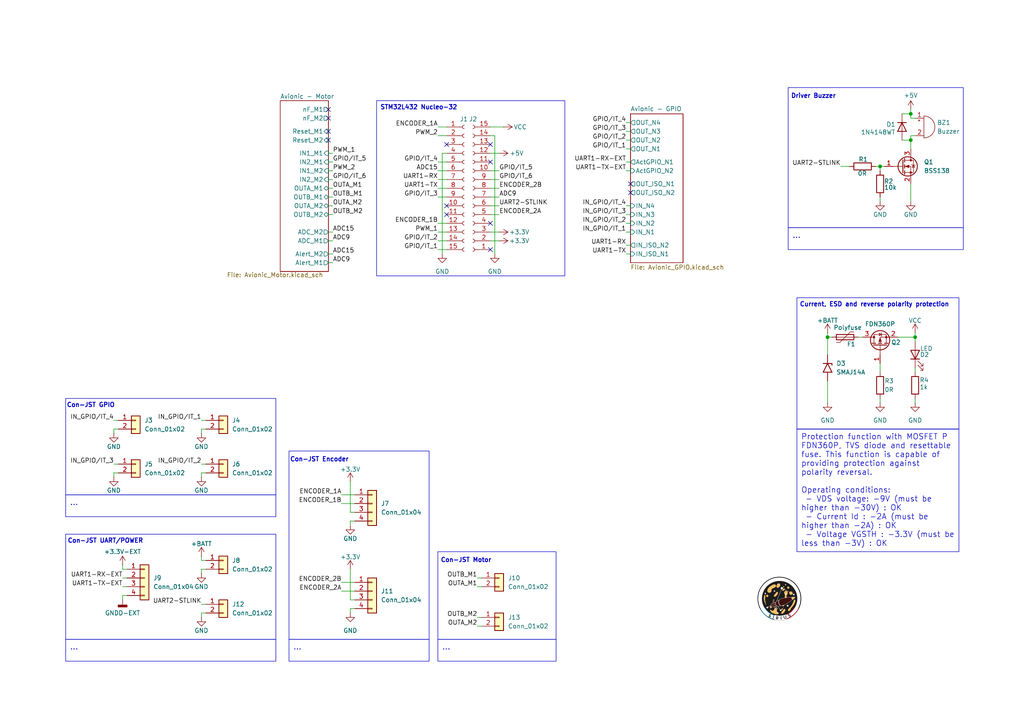
<source format=kicad_sch>
(kicad_sch (version 20231120) (generator "eeschema") (generator_version "8.0")
  (paper "A4")
  (title_block (title "MotorShield controller main sheet") (date "2024-06-09") (rev "V°1") (company "Club : PICAS") (comment 1 "Auteur : Paul Miailhe") (comment 2 "Project : Experiment Rocket Sirius "))
  (lib_symbols
    (symbol "Connector:Conn_01x15_Socket" (pin_names (offset 1.016) hide)
      (property "Reference" "J" (at 0 20.32 0))
      (property "Value" "Conn_01x15_Socket" (at 0 -20.32 0))
      (symbol "Conn_01x15_Socket_1_1"
        (arc (start 0 -17.272) (mid -0.5058 -17.78) (end 0 -18.288) (stroke (width 0.1524)))
        (arc (start 0 -14.732) (mid -0.5058 -15.24) (end 0 -15.748) (stroke (width 0.1524)))
        (arc (start 0 -12.192) (mid -0.5058 -12.7) (end 0 -13.208) (stroke (width 0.1524)))
        (arc (start 0 -9.652) (mid -0.5058 -10.16) (end 0 -10.668) (stroke (width 0.1524)))
        (arc (start 0 -7.112) (mid -0.5058 -7.62) (end 0 -8.128) (stroke (width 0.1524)))
        (arc (start 0 -4.572) (mid -0.5058 -5.08) (end 0 -5.588) (stroke (width 0.1524)))
        (arc (start 0 -2.032) (mid -0.5058 -2.54) (end 0 -3.048) (stroke (width 0.1524)))
        (polyline (pts (xy -1.27 -17.78) (xy -0.508 -17.78)) (stroke (width 0.1524)))
        (polyline (pts (xy -1.27 -15.24) (xy -0.508 -15.24)) (stroke (width 0.1524)))
        (polyline (pts (xy -1.27 -12.7) (xy -0.508 -12.7)) (stroke (width 0.1524)))
        (polyline (pts (xy -1.27 -10.16) (xy -0.508 -10.16)) (stroke (width 0.1524)))
        (polyline (pts (xy -1.27 -7.62) (xy -0.508 -7.62)) (stroke (width 0.1524)))
        (polyline (pts (xy -1.27 -5.08) (xy -0.508 -5.08)) (stroke (width 0.1524)))
        (polyline (pts (xy -1.27 -2.54) (xy -0.508 -2.54)) (stroke (width 0.1524)))
        (polyline (pts (xy -1.27 0) (xy -0.508 0)) (stroke (width 0.1524)))
        (polyline (pts (xy -1.27 2.54) (xy -0.508 2.54)) (stroke (width 0.1524)))
        (polyline (pts (xy -1.27 5.08) (xy -0.508 5.08)) (stroke (width 0.1524)))
        (polyline (pts (xy -1.27 7.62) (xy -0.508 7.62)) (stroke (width 0.1524)))
        (polyline (pts (xy -1.27 10.16) (xy -0.508 10.16)) (stroke (width 0.1524)))
        (polyline (pts (xy -1.27 12.7) (xy -0.508 12.7)) (stroke (width 0.1524)))
        (polyline (pts (xy -1.27 15.24) (xy -0.508 15.24)) (stroke (width 0.1524)))
        (polyline (pts (xy -1.27 17.78) (xy -0.508 17.78)) (stroke (width 0.1524)))
        (arc (start 0 0.508) (mid -0.5058 0) (end 0 -0.508) (stroke (width 0.1524)))
        (arc (start 0 3.048) (mid -0.5058 2.54) (end 0 2.032) (stroke (width 0.1524)))
        (arc (start 0 5.588) (mid -0.5058 5.08) (end 0 4.572) (stroke (width 0.1524)))
        (arc (start 0 8.128) (mid -0.5058 7.62) (end 0 7.112) (stroke (width 0.1524)))
        (arc (start 0 10.668) (mid -0.5058 10.16) (end 0 9.652) (stroke (width 0.1524)))
        (arc (start 0 13.208) (mid -0.5058 12.7) (end 0 12.192) (stroke (width 0.1524)))
        (arc (start 0 15.748) (mid -0.5058 15.24) (end 0 14.732) (stroke (width 0.1524)))
        (arc (start 0 18.288) (mid -0.5058 17.78) (end 0 17.272) (stroke (width 0.1524)))
        (pin passive line (at -5.08 17.78 0) (length 3.81) (name "Pin_1") (number "1"))
        (pin passive line (at -5.08 -5.08 0) (length 3.81) (name "Pin_10") (number "10"))
        (pin passive line (at -5.08 -7.62 0) (length 3.81) (name "Pin_11") (number "11"))
        (pin passive line (at -5.08 -10.16 0) (length 3.81) (name "Pin_12") (number "12"))
        (pin passive line (at -5.08 -12.7 0) (length 3.81) (name "Pin_13") (number "13"))
        (pin passive line (at -5.08 -15.24 0) (length 3.81) (name "Pin_14") (number "14"))
        (pin passive line (at -5.08 -17.78 0) (length 3.81) (name "Pin_15") (number "15"))
        (pin passive line (at -5.08 15.24 0) (length 3.81) (name "Pin_2") (number "2"))
        (pin passive line (at -5.08 12.7 0) (length 3.81) (name "Pin_3") (number "3"))
        (pin passive line (at -5.08 10.16 0) (length 3.81) (name "Pin_4") (number "4"))
        (pin passive line (at -5.08 7.62 0) (length 3.81) (name "Pin_5") (number "5"))
        (pin passive line (at -5.08 5.08 0) (length 3.81) (name "Pin_6") (number "6"))
        (pin passive line (at -5.08 2.54 0) (length 3.81) (name "Pin_7") (number "7"))
        (pin passive line (at -5.08 0 0) (length 3.81) (name "Pin_8") (number "8"))
        (pin passive line (at -5.08 -2.54 0) (length 3.81) (name "Pin_9") (number "9"))
      )
    )
    (symbol "Connector_Generic:Conn_01x02" (pin_names (offset 1.016) hide)
      (property "Reference" "J" (at 0 2.54 0))
      (property "Value" "Conn_01x02" (at 0 -5.08 0))
      (symbol "Conn_01x02_1_1"
        (rectangle (start -1.27 -2.413) (end 0 -2.667) (stroke (width 0.1524)))
        (rectangle (start -1.27 0.127) (end 0 -0.127) (stroke (width 0.1524)))
        (rectangle (start -1.27 1.27) (end 1.27 -3.81) (stroke (width 0.254)) (fill (type background)))
        (pin passive line (at -5.08 0 0) (length 3.81) (name "Pin_1") (number "1"))
        (pin passive line (at -5.08 -2.54 0) (length 3.81) (name "Pin_2") (number "2"))
      )
    )
    (symbol "Connector_Generic:Conn_01x04" (pin_names (offset 1.016) hide)
      (property "Reference" "J" (at 0 5.08 0))
      (property "Value" "Conn_01x04" (at 0 -7.62 0))
      (symbol "Conn_01x04_1_1"
        (rectangle (start -1.27 -4.953) (end 0 -5.207) (stroke (width 0.1524)))
        (rectangle (start -1.27 -2.413) (end 0 -2.667) (stroke (width 0.1524)))
        (rectangle (start -1.27 0.127) (end 0 -0.127) (stroke (width 0.1524)))
        (rectangle (start -1.27 2.667) (end 0 2.413) (stroke (width 0.1524)))
        (rectangle (start -1.27 3.81) (end 1.27 -6.35) (stroke (width 0.254)) (fill (type background)))
        (pin passive line (at -5.08 2.54 0) (length 3.81) (name "Pin_1") (number "1"))
        (pin passive line (at -5.08 0 0) (length 3.81) (name "Pin_2") (number "2"))
        (pin passive line (at -5.08 -2.54 0) (length 3.81) (name "Pin_3") (number "3"))
        (pin passive line (at -5.08 -5.08 0) (length 3.81) (name "Pin_4") (number "4"))
      )
    )
    (symbol "Device:Buzzer" (pin_names (offset 0.0254) hide)
      (property "Reference" "BZ" (at 3.81 1.27 0))
      (property "Value" "Buzzer" (at 3.81 -1.27 0))
      (symbol "Buzzer_0_1"
        (arc (start 0 -3.175) (mid 3.1612 0) (end 0 3.175))
        (polyline (pts (xy -1.651 1.905) (xy -1.143 1.905)))
        (polyline (pts (xy -1.397 2.159) (xy -1.397 1.651)))
        (polyline (pts (xy 0 3.175) (xy 0 -3.175)))
      )
      (symbol "Buzzer_1_1"
        (pin passive line (at -2.54 2.54 0) (length 2.54) (name "+") (number "1"))
        (pin passive line (at -2.54 -2.54 0) (length 2.54) (name "-") (number "2"))
      )
    )
    (symbol "Device:LED" (pin_numbers hide) (pin_names (offset 1.016) hide)
      (property "Reference" "D" (at 0 2.54 0))
      (property "Value" "LED" (at 0 -2.54 0))
      (symbol "LED_0_1"
        (polyline (pts (xy -1.27 -1.27) (xy -1.27 1.27)) (stroke (width 0.254)))
        (polyline (pts (xy -1.27 0) (xy 1.27 0)))
        (polyline (pts (xy 1.27 -1.27) (xy 1.27 1.27) (xy -1.27 0) (xy 1.27 -1.27)) (stroke (width 0.254)))
        (polyline (pts (xy -3.048 -0.762) (xy -4.572 -2.286) (xy -3.81 -2.286) (xy -4.572 -2.286) (xy -4.572 -1.524)))
        (polyline (pts (xy -1.778 -0.762) (xy -3.302 -2.286) (xy -2.54 -2.286) (xy -3.302 -2.286) (xy -3.302 -1.524)))
      )
      (symbol "LED_1_1"
        (pin passive line (at -3.81 0 0) (length 2.54) (name "K") (number "1"))
        (pin passive line (at 3.81 0 180) (length 2.54) (name "A") (number "2"))
      )
    )
    (symbol "Device:Polyfuse" (pin_numbers hide) (pin_names (offset 0))
      (property "Reference" "F" (at -2.54 0 90))
      (property "Value" "Polyfuse" (at 2.54 0 90))
      (symbol "Polyfuse_0_1"
        (rectangle (start -0.762 2.54) (end 0.762 -2.54) (stroke (width 0.254)))
        (polyline (pts (xy 0 2.54) (xy 0 -2.54)))
        (polyline (pts (xy -1.524 2.54) (xy -1.524 1.524) (xy 1.524 -1.524) (xy 1.524 -2.54)))
      )
      (symbol "Polyfuse_1_1"
        (pin passive line (at 0 3.81 270) (length 1.27) (name "~") (number "1"))
        (pin passive line (at 0 -3.81 90) (length 1.27) (name "~") (number "2"))
      )
    )
    (symbol "Device:R" (pin_numbers hide) (pin_names (offset 0))
      (property "Reference" "R" (at 2.032 0 90))
      (property "Value" "R" (at 0 0 90))
      (symbol "R_0_1"
        (rectangle (start -1.016 -2.54) (end 1.016 2.54) (stroke (width 0.254)))
      )
      (symbol "R_1_1"
        (pin passive line (at 0 3.81 270) (length 1.27) (name "~") (number "1"))
        (pin passive line (at 0 -3.81 90) (length 1.27) (name "~") (number "2"))
      )
    )
    (symbol "Diode:1N4148WT" (pin_numbers hide) (pin_names hide)
      (property "Reference" "D" (at 0 2.54 0))
      (property "Value" "1N4148WT" (at 0 -2.54 0))
      (symbol "1N4148WT_0_1"
        (polyline (pts (xy -1.27 1.27) (xy -1.27 -1.27)) (stroke (width 0.254)))
        (polyline (pts (xy 1.27 0) (xy -1.27 0)))
        (polyline (pts (xy 1.27 1.27) (xy 1.27 -1.27) (xy -1.27 0) (xy 1.27 1.27)) (stroke (width 0.254)))
      )
      (symbol "1N4148WT_1_1"
        (pin passive line (at -3.81 0 0) (length 2.54) (name "K") (number "1"))
        (pin passive line (at 3.81 0 180) (length 2.54) (name "A") (number "2"))
      )
    )
    (symbol "Diode:SMAJ14A" (pin_numbers hide) (pin_names (offset 1.016) hide)
      (property "Reference" "D" (at 0 2.54 0))
      (property "Value" "SMAJ14A" (at 0 -2.54 0))
      (symbol "SMAJ14A_0_1"
        (polyline (pts (xy -0.762 1.27) (xy -1.27 1.27) (xy -1.27 -1.27)) (stroke (width 0.254)))
        (polyline (pts (xy 1.27 1.27) (xy 1.27 -1.27) (xy -1.27 0) (xy 1.27 1.27)) (stroke (width 0.254)))
      )
      (symbol "SMAJ14A_1_1"
        (pin passive line (at -3.81 0 0) (length 2.54) (name "A1") (number "1"))
        (pin passive line (at 3.81 0 180) (length 2.54) (name "A2") (number "2"))
      )
    )
    (symbol "Transistor_FET:BSS138" (pin_names hide)
      (property "Reference" "Q" (at 5.08 1.905 0))
      (property "Value" "BSS138" (at 5.08 0 0))
      (symbol "BSS138_0_1"
        (polyline (pts (xy 0.254 0) (xy -2.54 0)))
        (polyline (pts (xy 0.254 1.905) (xy 0.254 -1.905)) (stroke (width 0.254)))
        (polyline (pts (xy 0.762 -1.27) (xy 0.762 -2.286)) (stroke (width 0.254)))
        (polyline (pts (xy 0.762 0.508) (xy 0.762 -0.508)) (stroke (width 0.254)))
        (polyline (pts (xy 0.762 2.286) (xy 0.762 1.27)) (stroke (width 0.254)))
        (polyline (pts (xy 2.54 2.54) (xy 2.54 1.778)))
        (polyline (pts (xy 2.54 -2.54) (xy 2.54 0) (xy 0.762 0)))
        (polyline (pts (xy 0.762 -1.778) (xy 3.302 -1.778) (xy 3.302 1.778) (xy 0.762 1.778)))
        (polyline (pts (xy 1.016 0) (xy 2.032 0.381) (xy 2.032 -0.381) (xy 1.016 0)) (fill (type outline)))
        (polyline (pts (xy 2.794 0.508) (xy 2.921 0.381) (xy 3.683 0.381) (xy 3.81 0.254)))
        (polyline (pts (xy 3.302 0.381) (xy 2.921 -0.254) (xy 3.683 -0.254) (xy 3.302 0.381)))
        (circle (center 1.651 0) (radius 2.794) (stroke (width 0.254)))
        (circle (center 2.54 -1.778) (radius 0.254) (fill (type outline)))
        (circle (center 2.54 1.778) (radius 0.254) (fill (type outline)))
      )
      (symbol "BSS138_1_1"
        (pin input line (at -5.08 0 0) (length 2.54) (name "G") (number "1"))
        (pin passive line (at 2.54 -5.08 90) (length 2.54) (name "S") (number "2"))
        (pin passive line (at 2.54 5.08 270) (length 2.54) (name "D") (number "3"))
      )
    )
    (symbol "Transistor_FET:FDN340P" (pin_names hide)
      (property "Reference" "Q" (at 5.08 1.905 0))
      (property "Value" "FDN340P" (at 5.08 0 0))
      (symbol "FDN340P_0_1"
        (polyline (pts (xy 0.254 0) (xy -2.54 0)))
        (polyline (pts (xy 0.254 1.905) (xy 0.254 -1.905)) (stroke (width 0.254)))
        (polyline (pts (xy 0.762 -1.27) (xy 0.762 -2.286)) (stroke (width 0.254)))
        (polyline (pts (xy 0.762 0.508) (xy 0.762 -0.508)) (stroke (width 0.254)))
        (polyline (pts (xy 0.762 2.286) (xy 0.762 1.27)) (stroke (width 0.254)))
        (polyline (pts (xy 2.54 2.54) (xy 2.54 1.778)))
        (polyline (pts (xy 2.54 -2.54) (xy 2.54 0) (xy 0.762 0)))
        (polyline (pts (xy 0.762 1.778) (xy 3.302 1.778) (xy 3.302 -1.778) (xy 0.762 -1.778)))
        (polyline (pts (xy 2.286 0) (xy 1.27 0.381) (xy 1.27 -0.381) (xy 2.286 0)) (fill (type outline)))
        (polyline (pts (xy 2.794 -0.508) (xy 2.921 -0.381) (xy 3.683 -0.381) (xy 3.81 -0.254)))
        (polyline (pts (xy 3.302 -0.381) (xy 2.921 0.254) (xy 3.683 0.254) (xy 3.302 -0.381)))
        (circle (center 1.651 0) (radius 2.794) (stroke (width 0.254)))
        (circle (center 2.54 -1.778) (radius 0.254) (fill (type outline)))
        (circle (center 2.54 1.778) (radius 0.254) (fill (type outline)))
      )
      (symbol "FDN340P_1_1"
        (pin input line (at -5.08 0 0) (length 2.54) (name "G") (number "1"))
        (pin passive line (at 2.54 -5.08 90) (length 2.54) (name "S") (number "2"))
        (pin passive line (at 2.54 5.08 270) (length 2.54) (name "D") (number "3"))
      )
    )
    (symbol "power:+3.3V" (power) (pin_numbers hide) (pin_names (offset 0) hide)
      (property "Value" "+3.3V" (at 0 3.556 0))
      (symbol "+3.3V_0_1"
        (polyline (pts (xy -0.762 1.27) (xy 0 2.54)))
        (polyline (pts (xy 0 0) (xy 0 2.54)))
        (polyline (pts (xy 0 2.54) (xy 0.762 1.27)))
      )
      (symbol "+3.3V_1_1"
        (pin power_in line (at 0 0 90) (length 0) (name "~") (number "1"))
      )
    )
    (symbol "power:+3.3VA" (power) (pin_numbers hide) (pin_names (offset 0) hide)
      (property "Value" "+3.3VA" (at 0 3.556 0))
      (symbol "+3.3VA_0_1"
        (polyline (pts (xy -0.762 1.27) (xy 0 2.54)))
        (polyline (pts (xy 0 0) (xy 0 2.54)))
        (polyline (pts (xy 0 2.54) (xy 0.762 1.27)))
      )
      (symbol "+3.3VA_1_1"
        (pin power_in line (at 0 0 90) (length 0) (name "~") (number "1"))
      )
    )
    (symbol "power:+5V" (power) (pin_numbers hide) (pin_names (offset 0) hide)
      (property "Value" "+5V" (at 0 3.556 0))
      (symbol "+5V_0_1"
        (polyline (pts (xy -0.762 1.27) (xy 0 2.54)))
        (polyline (pts (xy 0 0) (xy 0 2.54)))
        (polyline (pts (xy 0 2.54) (xy 0.762 1.27)))
      )
      (symbol "+5V_1_1"
        (pin power_in line (at 0 0 90) (length 0) (name "~") (number "1"))
      )
    )
    (symbol "power:+BATT" (power) (pin_numbers hide) (pin_names (offset 0) hide)
      (property "Value" "+BATT" (at 0 3.556 0))
      (symbol "+BATT_0_1"
        (polyline (pts (xy -0.762 1.27) (xy 0 2.54)))
        (polyline (pts (xy 0 0) (xy 0 2.54)))
        (polyline (pts (xy 0 2.54) (xy 0.762 1.27)))
      )
      (symbol "+BATT_1_1"
        (pin power_in line (at 0 0 90) (length 0) (name "~") (number "1"))
      )
    )
    (symbol "power:GND" (power) (pin_numbers hide) (pin_names (offset 0) hide)
      (property "Value" "GND" (at 0 -3.81 0))
      (symbol "GND_0_1"
        (polyline (pts (xy 0 0) (xy 0 -1.27) (xy 1.27 -1.27) (xy 0 -2.54) (xy -1.27 -1.27) (xy 0 -1.27)))
      )
      (symbol "GND_1_1"
        (pin power_in line (at 0 0 270) (length 0) (name "~") (number "1"))
      )
    )
    (symbol "power:GNDD" (power) (pin_names (offset 0))
      (property "Value" "GNDD" (at 0 -3.175 0))
      (symbol "GNDD_0_1"
        (rectangle (start -1.27 -1.524) (end 1.27 -2.032) (stroke (width 0.254)) (fill (type outline)))
        (polyline (pts (xy 0 0) (xy 0 -1.524)))
      )
      (symbol "GNDD_1_1"
        (pin power_in line (at 0 0 270) (length 0) hide (name "GNDD") (number "1"))
      )
    )
    (symbol "power:VCC" (power) (pin_numbers hide) (pin_names (offset 0) hide)
      (property "Value" "VCC" (at 0 3.556 0))
      (symbol "VCC_0_1"
        (polyline (pts (xy -0.762 1.27) (xy 0 2.54)))
        (polyline (pts (xy 0 0) (xy 0 2.54)))
        (polyline (pts (xy 0 2.54) (xy 0.762 1.27)))
      )
      (symbol "VCC_1_1"
        (pin power_in line (at 0 0 90) (length 0) (name "~") (number "1"))
      )
    )
  )
  (junction (at 265.43 97.79))
  (junction (at 264.16 40.64))
  (junction (at 240.03 97.79))
  (junction (at 264.16 33.02))
  (junction (at 255.27 48.26))
  (no_connect (at 129.54 59.69))
  (no_connect (at 142.24 64.77))
  (no_connect (at 95.25 40.64))
  (no_connect (at 182.88 53.34))
  (no_connect (at 142.24 41.91))
  (no_connect (at 182.88 55.88))
  (no_connect (at 129.54 41.91))
  (no_connect (at 95.25 38.1))
  (no_connect (at 129.54 62.23))
  (no_connect (at 95.25 34.29))
  (no_connect (at 95.25 31.75))
  (no_connect (at 142.24 46.99))
  (no_connect (at 142.24 72.39))
  (wire (pts (xy 58.42 161.29) (xy 58.42 162.56)))
  (wire (pts (xy 142.24 39.37) (xy 143.51 39.37)))
  (wire (pts (xy 95.25 73.66) (xy 96.52 73.66)))
  (wire (pts (xy 240.03 110.49) (xy 240.03 116.84)))
  (wire (pts (xy 181.61 40.64) (xy 182.88 40.64)))
  (wire (pts (xy 264.16 39.37) (xy 264.16 40.64)))
  (wire (pts (xy 181.61 59.69) (xy 182.88 59.69)))
  (wire (pts (xy 58.42 125.73) (xy 58.42 124.46)))
  (wire (pts (xy 181.61 71.12) (xy 182.88 71.12)))
  (wire (pts (xy 127 67.31) (xy 129.54 67.31)))
  (wire (pts (xy 95.25 62.23) (xy 96.52 62.23)))
  (wire (pts (xy 58.42 121.92) (xy 59.69 121.92)))
  (wire (pts (xy 260.35 97.79) (xy 265.43 97.79)))
  (wire (pts (xy 101.6 148.59) (xy 102.87 148.59)))
  (wire (pts (xy 248.92 97.79) (xy 250.19 97.79)))
  (wire (pts (xy 95.25 49.53) (xy 96.52 49.53)))
  (wire (pts (xy 35.56 165.1) (xy 36.83 165.1)))
  (wire (pts (xy 142.24 57.15) (xy 144.78 57.15)))
  (wire (pts (xy 255.27 48.26) (xy 256.54 48.26)))
  (wire (pts (xy 181.61 38.1) (xy 182.88 38.1)))
  (wire (pts (xy 101.6 173.99) (xy 102.87 173.99)))
  (wire (pts (xy 142.24 59.69) (xy 144.78 59.69)))
  (wire (pts (xy 99.06 168.91) (xy 102.87 168.91)))
  (wire (pts (xy 58.42 134.62) (xy 59.69 134.62)))
  (wire (pts (xy 33.02 121.92) (xy 34.29 121.92)))
  (wire (pts (xy 243.84 48.26) (xy 246.38 48.26)))
  (wire (pts (xy 138.43 170.18) (xy 139.7 170.18)))
  (wire (pts (xy 101.6 165.1) (xy 101.6 173.99)))
  (wire (pts (xy 58.42 138.43) (xy 58.42 137.16)))
  (wire (pts (xy 254 48.26) (xy 255.27 48.26)))
  (wire (pts (xy 142.24 62.23) (xy 144.78 62.23)))
  (wire (pts (xy 181.61 35.56) (xy 182.88 35.56)))
  (wire (pts (xy 128.27 44.45) (xy 128.27 73.66)))
  (wire (pts (xy 142.24 44.45) (xy 144.78 44.45)))
  (wire (pts (xy 240.03 97.79) (xy 241.3 97.79)))
  (wire (pts (xy 127 69.85) (xy 129.54 69.85)))
  (wire (pts (xy 255.27 48.26) (xy 255.27 49.53)))
  (wire (pts (xy 35.56 163.83) (xy 35.56 165.1)))
  (wire (pts (xy 127 64.77) (xy 129.54 64.77)))
  (wire (pts (xy 58.42 124.46) (xy 59.69 124.46)))
  (wire (pts (xy 142.24 69.85) (xy 144.78 69.85)))
  (wire (pts (xy 33.02 134.62) (xy 34.29 134.62)))
  (wire (pts (xy 33.02 125.73) (xy 33.02 124.46)))
  (wire (pts (xy 138.43 167.64) (xy 139.7 167.64)))
  (wire (pts (xy 35.56 167.64) (xy 36.83 167.64)))
  (wire (pts (xy 181.61 49.53) (xy 182.88 49.53)))
  (wire (pts (xy 35.56 170.18) (xy 36.83 170.18)))
  (wire (pts (xy 58.42 175.26) (xy 59.69 175.26)))
  (wire (pts (xy 181.61 73.66) (xy 182.88 73.66)))
  (wire (pts (xy 142.24 36.83) (xy 146.05 36.83)))
  (wire (pts (xy 58.42 165.1) (xy 59.69 165.1)))
  (wire (pts (xy 95.25 76.2) (xy 96.52 76.2)))
  (wire (pts (xy 33.02 138.43) (xy 33.02 137.16)))
  (wire (pts (xy 264.16 31.75) (xy 264.16 33.02)))
  (wire (pts (xy 95.25 52.07) (xy 96.52 52.07)))
  (wire (pts (xy 265.43 39.37) (xy 264.16 39.37)))
  (wire (pts (xy 142.24 52.07) (xy 144.78 52.07)))
  (wire (pts (xy 33.02 137.16) (xy 34.29 137.16)))
  (wire (pts (xy 127 36.83) (xy 129.54 36.83)))
  (wire (pts (xy 264.16 33.02) (xy 264.16 34.29)))
  (wire (pts (xy 95.25 59.69) (xy 96.52 59.69)))
  (wire (pts (xy 261.62 40.64) (xy 264.16 40.64)))
  (wire (pts (xy 95.25 46.99) (xy 96.52 46.99)))
  (wire (pts (xy 127 57.15) (xy 129.54 57.15)))
  (wire (pts (xy 58.42 177.8) (xy 59.69 177.8)))
  (wire (pts (xy 265.43 106.68) (xy 265.43 107.95)))
  (wire (pts (xy 127 52.07) (xy 129.54 52.07)))
  (wire (pts (xy 265.43 97.79) (xy 265.43 99.06)))
  (wire (pts (xy 95.25 44.45) (xy 96.52 44.45)))
  (wire (pts (xy 99.06 143.51) (xy 102.87 143.51)))
  (wire (pts (xy 240.03 96.52) (xy 240.03 97.79)))
  (wire (pts (xy 128.27 44.45) (xy 129.54 44.45)))
  (wire (pts (xy 261.62 33.02) (xy 264.16 33.02)))
  (wire (pts (xy 95.25 69.85) (xy 96.52 69.85)))
  (wire (pts (xy 142.24 49.53) (xy 144.78 49.53)))
  (wire (pts (xy 181.61 64.77) (xy 182.88 64.77)))
  (wire (pts (xy 101.6 139.7) (xy 101.6 148.59)))
  (wire (pts (xy 58.42 162.56) (xy 59.69 162.56)))
  (wire (pts (xy 101.6 177.8) (xy 101.6 176.53)))
  (wire (pts (xy 127 54.61) (xy 129.54 54.61)))
  (wire (pts (xy 95.25 67.31) (xy 96.52 67.31)))
  (wire (pts (xy 264.16 40.64) (xy 264.16 43.18)))
  (wire (pts (xy 127 72.39) (xy 129.54 72.39)))
  (wire (pts (xy 101.6 151.13) (xy 102.87 151.13)))
  (wire (pts (xy 127 46.99) (xy 129.54 46.99)))
  (wire (pts (xy 181.61 62.23) (xy 182.88 62.23)))
  (wire (pts (xy 58.42 179.07) (xy 58.42 177.8)))
  (wire (pts (xy 36.83 172.72) (xy 35.56 172.72)))
  (wire (pts (xy 240.03 102.87) (xy 240.03 97.79)))
  (wire (pts (xy 95.25 57.15) (xy 96.52 57.15)))
  (wire (pts (xy 33.02 124.46) (xy 34.29 124.46)))
  (wire (pts (xy 127 49.53) (xy 129.54 49.53)))
  (wire (pts (xy 99.06 171.45) (xy 102.87 171.45)))
  (wire (pts (xy 138.43 181.61) (xy 139.7 181.61)))
  (wire (pts (xy 138.43 179.07) (xy 139.7 179.07)))
  (wire (pts (xy 142.24 67.31) (xy 144.78 67.31)))
  (wire (pts (xy 99.06 146.05) (xy 102.87 146.05)))
  (wire (pts (xy 264.16 53.34) (xy 264.16 58.42)))
  (wire (pts (xy 143.51 39.37) (xy 143.51 73.66)))
  (wire (pts (xy 265.43 115.57) (xy 265.43 116.84)))
  (wire (pts (xy 58.42 166.37) (xy 58.42 165.1)))
  (wire (pts (xy 255.27 105.41) (xy 255.27 107.95)))
  (wire (pts (xy 142.24 54.61) (xy 144.78 54.61)))
  (wire (pts (xy 265.43 34.29) (xy 264.16 34.29)))
  (wire (pts (xy 58.42 137.16) (xy 59.69 137.16)))
  (wire (pts (xy 35.56 172.72) (xy 35.56 173.99)))
  (wire (pts (xy 101.6 176.53) (xy 102.87 176.53)))
  (wire (pts (xy 181.61 67.31) (xy 182.88 67.31)))
  (wire (pts (xy 255.27 57.15) (xy 255.27 58.42)))
  (wire (pts (xy 101.6 152.4) (xy 101.6 151.13)))
  (wire (pts (xy 127 39.37) (xy 129.54 39.37)))
  (wire (pts (xy 181.61 46.99) (xy 182.88 46.99)))
  (wire (pts (xy 181.61 43.18) (xy 182.88 43.18)))
  (wire (pts (xy 255.27 115.57) (xy 255.27 116.84)))
  (wire (pts (xy 95.25 54.61) (xy 96.52 54.61)))
  (wire (pts (xy 265.43 96.52) (xy 265.43 97.79)))
  (rectangle (start 19.05 154.94) (end 80.01 185.42))
  (rectangle (start 231.14 86.36) (end 278.13 124.46))
  (rectangle (start 109.22 29.21) (end 163.83 80.01))
  (rectangle (start 19.05 115.57) (end 80.01 143.51))
  (rectangle (start 127 160.02) (end 161.29 185.42))
  (rectangle (start 228.6 25.4) (end 279.4 66.04))
  (rectangle (start 83.82 130.81) (end 124.46 185.42))
  (image (at 226.06 173.99) (scale 0.291829))
  (text_box "Protection function with MOSFET P FDN360P, TVS diode and resettable fuse. This function is capable of providing protection against polarity reversal.\n\nOperating conditions:\n - VDS voltage: -9V (must be higher than -30V) : OK\n - Current Id : -2A (must be higher than -2A) : OK\n - Voltage VGSTH : -3.3V (must be less than -3V) : OK\n\n \n" (at 231.14 124.46 0) (size 46.99 35.56) (effects (font (size 1.6 1.6)) (justify left top)))
  (text_box "...\n" (at 19.05 143.51 0) (size 60.96 6.35) (effects (font (size 1.6 1.6)) (justify left top)))
  (text_box "...\n" (at 228.6 66.04 0) (size 50.8 6.35) (effects (font (size 1.6 1.6)) (justify left top)))
  (text_box "...\n" (at 83.82 185.42 0) (size 40.64 6.35) (effects (font (size 1.6 1.6)) (justify left top)))
  (text_box "...\n" (at 19.05 185.42 0) (size 60.96 6.35) (effects (font (size 1.6 1.6)) (justify left top)))
  (text_box "...\n" (at 127 185.42 0) (size 34.29 6.35) (effects (font (size 1.6 1.6)) (justify left top)))
  (text "STM32L432 Nucleo-32" (at 110.236 32.004 0) (effects (font (size 1.27 1.27) (thickness 0.254) (bold yes)) (justify left bottom)))
  (text "Current, ESD and reverse polarity protection  \n" (at 231.902 89.154 0) (effects (font (size 1.27 1.27) (thickness 0.254) (bold yes)) (justify left bottom)))
  (text "Con-JST GPIO\n" (at 19.304 118.364 0) (effects (font (size 1.27 1.27) (thickness 0.254) (bold yes)) (justify left bottom)))
  (text "Driver Buzzer\n" (at 229.362 28.702 0) (effects (font (size 1.27 1.27) (thickness 0.254) (bold yes)) (justify left bottom)))
  (text "Con-JST UART/POWER\n\n" (at 19.558 159.766 0) (effects (font (size 1.27 1.27) (thickness 0.254) (bold yes)) (justify left bottom)))
  (text "Con-JST Encoder" (at 84.074 134.112 0) (effects (font (size 1.27 1.27) (thickness 0.254) (bold yes)) (justify left bottom)))
  (text "Con-JST Motor" (at 127.762 163.322 0) (effects (font (size 1.27 1.27) (thickness 0.254) (bold yes)) (justify left bottom)))
  (label "GPIO{slash}IT_1" (at 181.61 43.18 180))
  (label "UART1-RX-EXT" (at 35.56 167.64 180))
  (label "PWM_1" (at 96.52 44.45 0))
  (label "OUTA_M1" (at 138.43 170.18 180))
  (label "ENCODER_1B" (at 127 64.77 180))
  (label "IN_GPIO{slash}IT_2" (at 181.61 64.77 180))
  (label "GPIO{slash}IT_2" (at 127 69.85 180))
  (label "UART1-TX-EXT" (at 35.56 170.18 180))
  (label "ENCODER_1A" (at 99.06 143.51 180))
  (label "IN_GPIO{slash}IT_1" (at 181.61 67.31 180))
  (label "ADC9" (at 96.52 69.85 0))
  (label "ENCODER_1A" (at 127 36.83 180))
  (label "ENCODER_2A" (at 99.06 171.45 180))
  (label "OUTB_M1" (at 138.43 167.64 180))
  (label "UART2-STLINK" (at 144.78 59.69 0))
  (label "UART2-STLINK" (at 58.42 175.26 180))
  (label "PWM_2" (at 96.52 49.53 0))
  (label "PWM_2" (at 127 39.37 180))
  (label "UART1-RX-EXT" (at 181.61 46.99 180))
  (label "ADC15" (at 127 49.53 180))
  (label "UART1-TX-EXT" (at 181.61 49.53 180))
  (label "OUTA_M2" (at 138.43 181.61 180))
  (label "PWM_1" (at 127 67.31 180))
  (label "UART1-RX" (at 127 52.07 180))
  (label "ADC15" (at 96.52 67.31 0))
  (label "ADC9" (at 144.78 57.15 0))
  (label "IN_GPIO{slash}IT_3" (at 181.61 62.23 180))
  (label "ADC15" (at 96.52 73.66 0))
  (label "ENCODER_2B" (at 144.78 54.61 0))
  (label "GPIO{slash}IT_1" (at 127 72.39 180))
  (label "GPIO{slash}IT_2" (at 181.61 40.64 180))
  (label "UART2-STLINK" (at 243.84 48.26 180))
  (label "GPIO{slash}IT_4" (at 181.61 35.56 180))
  (label "IN_GPIO{slash}IT_1" (at 58.42 121.92 180))
  (label "OUTA_M2" (at 96.52 59.69 0))
  (label "UART1-TX" (at 181.61 73.66 180))
  (label "IN_GPIO{slash}IT_4" (at 33.02 121.92 180))
  (label "GPIO{slash}IT_5" (at 144.78 49.53 0))
  (label "OUTA_M1" (at 96.52 54.61 0))
  (label "ENCODER_1B" (at 99.06 146.05 180))
  (label "ENCODER_2A" (at 144.78 62.23 0))
  (label "UART1-RX" (at 181.61 71.12 180))
  (label "UART1-TX" (at 127 54.61 180))
  (label "GPIO{slash}IT_6" (at 144.78 52.07 0))
  (label "IN_GPIO{slash}IT_3" (at 33.02 134.62 180))
  (label "IN_GPIO{slash}IT_2" (at 58.42 134.62 180))
  (label "ENCODER_2B" (at 99.06 168.91 180))
  (label "IN_GPIO{slash}IT_4" (at 181.61 59.69 180))
  (label "GPIO{slash}IT_3" (at 127 57.15 180))
  (label "ADC9" (at 96.52 76.2 0))
  (label "GPIO{slash}IT_3" (at 181.61 38.1 180))
  (label "OUTB_M2" (at 96.52 62.23 0))
  (label "OUTB_M2" (at 138.43 179.07 180))
  (label "GPIO{slash}IT_5" (at 96.52 46.99 0))
  (label "GPIO{slash}IT_4" (at 127 46.99 180))
  (label "GPIO{slash}IT_6" (at 96.52 52.07 0))
  (label "OUTB_M1" (at 96.52 57.15 0))
  (symbol (lib_id "power:GND") (at 33.02 138.43 0) (unit 1)
    (property "Reference" "#PWR017" (effects (hide yes)))
    (property "Value" "GND" (at 33.02 142.24 0))
    (property "Description" "Power symbol creates a global label with name \"GND\" , ground" (effects (hide yes)))
  )
  (symbol (lib_id "power:GND") (at 255.27 58.42 0) (unit 1)
    (property "Reference" "#PWR04" (effects (hide yes)))
    (property "Value" "GND" (at 255.27 62.23 0))
    (property "Description" "Power symbol creates a global label with name \"GND\" , ground" (effects (hide yes)))
  )
  (symbol (lib_id "Connector_Generic:Conn_01x02") (at 64.77 134.62 0) (unit 1)
    (property "Reference" "J6" (at 67.31 134.6199 0) (effects (justify left)))
    (property "Value" "Conn_01x02" (at 67.31 137.1599 0) (effects (justify left)))
    (property "Footprint" "Connector_JST:JST_EH_B2B-EH-A_1x02_P2.50mm_Vertical" (effects (hide yes)))
    (property "Description" "Generic connector, single row, 01x02, script generated (kicad-library-utils/schlib/autogen/connector/)" (effects (hide yes)))
  )
  (symbol (lib_id "Device:R") (at 250.19 48.26 90) (unit 1)
    (property "Reference" "R1" (at 251.714 46.228 90) (effects (justify left)))
    (property "Value" "0R" (at 251.46 50.292 90) (effects (justify left)))
    (property "Footprint" "Resistor_SMD:R_0603_1608Metric_Pad0.98x0.95mm_HandSolder" (effects (hide yes)))
  )
  (symbol (lib_id "power:+BATT") (at 58.42 161.29 0) (unit 1)
    (property "Reference" "#PWR021" (effects (hide yes)))
    (property "Value" "+BATT" (at 58.42 157.734 0))
    (property "Description" "Power symbol creates a global label with name \"+BATT\"" (effects (hide yes)))
  )
  (symbol (lib_id "power:GND") (at 265.43 116.84 0) (unit 1)
    (property "Reference" "#PWR014" (effects (hide yes)))
    (property "Value" "GND" (at 265.43 121.92 0))
    (property "Description" "Power symbol creates a global label with name \"GND\" , ground" (effects (hide yes)))
  )
  (symbol (lib_id "power:+3.3V") (at 144.78 67.31 270) (unit 1)
    (property "Reference" "#PWR06" (effects (hide yes)))
    (property "Value" "+3.3V" (at 150.622 67.31 90))
    (property "Description" "Power symbol creates a global label with name \"+3.3V\"" (effects (hide yes)))
  )
  (symbol (lib_id "power:GND") (at 58.42 138.43 0) (unit 1)
    (property "Reference" "#PWR018" (effects (hide yes)))
    (property "Value" "GND" (at 58.42 142.24 0))
    (property "Description" "Power symbol creates a global label with name \"GND\" , ground" (effects (hide yes)))
  )
  (symbol (lib_id "power:GND") (at 128.27 73.66 0) (unit 1)
    (property "Reference" "#PWR08" (effects (hide yes)))
    (property "Value" "GND" (at 128.27 78.74 0))
    (property "Description" "Power symbol creates a global label with name \"GND\" , ground" (effects (hide yes)))
  )
  (symbol (lib_id "power:VCC") (at 265.43 96.52 0) (unit 1)
    (property "Reference" "#PWR011" (effects (hide yes)))
    (property "Value" "VCC" (at 265.43 92.964 0))
    (property "Description" "Power symbol creates a global label with name \"VCC\"" (effects (hide yes)))
  )
  (symbol (lib_id "Device:Buzzer") (at 267.97 36.83 0) (unit 1)
    (property "Reference" "BZ1" (at 271.78 35.5599 0) (effects (justify left)))
    (property "Value" "Buzzer" (at 271.78 38.0999 0) (effects (justify left)))
    (property "Footprint" "Buzzer_Beeper:Buzzer_12x9.5RM7.6" (effects (hide yes)))
    (property "Description" "Buzzer, polarized" (effects (hide yes)))
  )
  (symbol (lib_id "power:GND") (at 33.02 125.73 0) (unit 1)
    (property "Reference" "#PWR015" (effects (hide yes)))
    (property "Value" "GND" (at 33.02 129.54 0))
    (property "Description" "Power symbol creates a global label with name \"GND\" , ground" (effects (hide yes)))
  )
  (symbol (lib_id "power:GND") (at 101.6 177.8 0) (unit 1)
    (property "Reference" "#PWR026" (effects (hide yes)))
    (property "Value" "GND" (at 101.6 182.88 0))
    (property "Description" "Power symbol creates a global label with name \"GND\" , ground" (effects (hide yes)))
  )
  (symbol (lib_id "Connector_Generic:Conn_01x02") (at 64.77 175.26 0) (unit 1)
    (property "Reference" "J12" (at 67.31 175.2599 0) (effects (justify left)))
    (property "Value" "Conn_01x02" (at 67.31 177.7999 0) (effects (justify left)))
    (property "Footprint" "Connector_JST:JST_EH_B2B-EH-A_1x02_P2.50mm_Vertical" (effects (hide yes)))
    (property "Description" "Generic connector, single row, 01x02, script generated (kicad-library-utils/schlib/autogen/connector/)" (effects (hide yes)))
  )
  (symbol (lib_id "power:+5V") (at 264.16 31.75 0) (unit 1)
    (property "Reference" "#PWR01" (effects (hide yes)))
    (property "Value" "+5V" (at 264.16 27.686 0))
    (property "Description" "Power symbol creates a global label with name \"+5V\"" (effects (hide yes)))
  )
  (symbol (lib_id "power:GND") (at 143.51 73.66 0) (unit 1)
    (property "Reference" "#PWR09" (effects (hide yes)))
    (property "Value" "GND" (at 143.51 78.74 0))
    (property "Description" "Power symbol creates a global label with name \"GND\" , ground" (effects (hide yes)))
  )
  (symbol (lib_id "power:GND") (at 58.42 125.73 0) (unit 1)
    (property "Reference" "#PWR016" (effects (hide yes)))
    (property "Value" "GND" (at 58.42 129.54 0))
    (property "Description" "Power symbol creates a global label with name \"GND\" , ground" (effects (hide yes)))
  )
  (symbol (lib_id "power:GNDD") (at 35.56 173.99 0) (unit 1)
    (property "Reference" "#PWR025" (effects (hide yes)))
    (property "Value" "GNDD-EXT" (at 35.56 177.8 0))
  )
  (symbol (lib_id "Connector_Generic:Conn_01x02") (at 39.37 134.62 0) (unit 1)
    (property "Reference" "J5" (at 41.91 134.6199 0) (effects (justify left)))
    (property "Value" "Conn_01x02" (at 41.91 137.1599 0) (effects (justify left)))
    (property "Footprint" "Connector_JST:JST_EH_B2B-EH-A_1x02_P2.50mm_Vertical" (effects (hide yes)))
    (property "Description" "Generic connector, single row, 01x02, script generated (kicad-library-utils/schlib/autogen/connector/)" (effects (hide yes)))
  )
  (symbol (lib_id "Transistor_FET:BSS138") (at 261.62 48.26 0) (unit 1)
    (property "Reference" "Q1" (at 267.97 46.9899 0) (effects (justify left)))
    (property "Value" "BSS138" (at 267.97 49.5299 0) (effects (justify left)))
    (property "Footprint" "Package_TO_SOT_SMD:SOT-23" (effects (hide yes)))
    (property "Datasheet" "https://www.onsemi.com/pub/Collateral/BSS138-D.PDF" (effects (hide yes)))
    (property "Description" "50V Vds, 0.22A Id, N-Channel MOSFET, SOT-23" (effects (hide yes)))
  )
  (symbol (lib_id "Connector_Generic:Conn_01x04") (at 41.91 167.64 0) (unit 1)
    (property "Reference" "J9" (at 44.45 167.6399 0) (effects (justify left)))
    (property "Value" "Conn_01x04" (at 44.45 170.1799 0) (effects (justify left)))
    (property "Footprint" "Connector_JST:JST_EH_B4B-EH-A_1x04_P2.50mm_Vertical" (effects (hide yes)))
    (property "Description" "Generic connector, single row, 01x04, script generated (kicad-library-utils/schlib/autogen/connector/)" (effects (hide yes)))
  )
  (symbol (lib_id "power:VCC") (at 146.05 36.83 270) (unit 1)
    (property "Reference" "#PWR02" (effects (hide yes)))
    (property "Value" "VCC" (at 150.876 36.83 90))
    (property "Description" "Power symbol creates a global label with name \"VCC\"" (effects (hide yes)))
  )
  (symbol (lib_id "Connector_Generic:Conn_01x02") (at 39.37 121.92 0) (unit 1)
    (property "Reference" "J3" (at 41.91 121.9199 0) (effects (justify left)))
    (property "Value" "Conn_01x02" (at 41.91 124.4599 0) (effects (justify left)))
    (property "Footprint" "Connector_JST:JST_EH_B2B-EH-A_1x02_P2.50mm_Vertical" (effects (hide yes)))
    (property "Description" "Generic connector, single row, 01x02, script generated (kicad-library-utils/schlib/autogen/connector/)" (effects (hide yes)))
  )
  (symbol (lib_id "Connector:Conn_01x15_Socket") (at 137.16 54.61 180) (unit 1)
    (property "Reference" "J2" (at 138.43 34.544 0) (effects (justify left)))
    (property "Value" "Conn_01x15_Socket" (effects (hide yes)))
    (property "Footprint" "Connector_PinHeader_2.54mm:PinHeader_1x15_P2.54mm_Vertical" (effects (hide yes)))
    (property "Description" "Generic connector, single row, 01x15, script generated" (effects (hide yes)))
  )
  (symbol (lib_id "Device:Polyfuse") (at 245.11 97.79 90) (unit 1)
    (property "Reference" "F1" (at 246.888 99.822 90))
    (property "Value" "Polyfuse" (at 245.872 94.996 90))
    (property "Footprint" "Fuse:Fuse_1812_4532Metric" (effects (hide yes)))
  )
  (symbol (lib_id "power:GND") (at 255.27 116.84 0) (unit 1)
    (property "Reference" "#PWR013" (effects (hide yes)))
    (property "Value" "GND" (at 255.27 121.92 0))
    (property "Description" "Power symbol creates a global label with name \"GND\" , ground" (effects (hide yes)))
  )
  (symbol (lib_id "Diode:1N4148WT") (at 261.62 36.83 270) (unit 1)
    (property "Reference" "D1" (at 257.048 36.068 90) (effects (justify left)))
    (property "Value" "1N4148WT" (at 249.682 38.354 90) (effects (justify left)))
    (property "Footprint" "Diode_SMD:D_SOD-523" (effects (hide yes)))
    (property "Datasheet" "https://www.diodes.com/assets/Datasheets/ds30396.pdf" (effects (hide yes)))
    (property "Description" "75V 0.15A Fast switching Diode, SOD-523" (effects (hide yes)))
    (property "Sim.Device" "D" (effects (hide yes)))
    (property "Sim.Pins" "1=K 2=A" (effects (hide yes)))
  )
  (symbol (lib_id "Diode:SMAJ14A") (at 240.03 106.68 270) (unit 1)
    (property "Reference" "D3" (at 242.57 105.4099 90) (effects (justify left)))
    (property "Value" "SMAJ14A" (at 242.57 107.9499 90) (effects (justify left)))
    (property "Footprint" "Diode_SMD:D_SMA" (effects (hide yes)))
    (property "Datasheet" "https://www.littelfuse.com/media?resourcetype=datasheets&itemid=75e32973-b177-4ee3-a0ff-cedaf1abdb93&filename=smaj-datasheet" (effects (hide yes)))
    (property "Description" "400W unidirectional Transient Voltage Suppressor, 14.0Vr, SMA(DO-214AC)" (effects (hide yes)))
  )
  (symbol (lib_id "power:+3.3V") (at 144.78 69.85 270) (unit 1)
    (property "Reference" "#PWR07" (effects (hide yes)))
    (property "Value" "+3.3V" (at 150.622 69.85 90))
    (property "Description" "Power symbol creates a global label with name \"+3.3V\"" (effects (hide yes)))
  )
  (symbol (lib_id "Connector_Generic:Conn_01x02") (at 64.77 162.56 0) (unit 1)
    (property "Reference" "J8" (at 67.31 162.5599 0) (effects (justify left)))
    (property "Value" "Conn_01x02" (at 67.31 165.0999 0) (effects (justify left)))
    (property "Footprint" "Connector_JST:JST_EH_B2B-EH-A_1x02_P2.50mm_Vertical" (effects (hide yes)))
    (property "Description" "Generic connector, single row, 01x02, script generated (kicad-library-utils/schlib/autogen/connector/)" (effects (hide yes)))
  )
  (symbol (lib_id "Device:R") (at 255.27 53.34 180) (unit 1)
    (property "Reference" "R2" (at 259.08 52.578 0) (effects (justify left)))
    (property "Value" "10k" (at 260.096 54.356 0) (effects (justify left)))
    (property "Footprint" "Resistor_SMD:R_0603_1608Metric_Pad0.98x0.95mm_HandSolder" (effects (hide yes)))
  )
  (symbol (lib_id "power:GND") (at 58.42 179.07 0) (unit 1)
    (property "Reference" "#PWR027" (effects (hide yes)))
    (property "Value" "GND" (at 58.42 182.88 0))
    (property "Description" "Power symbol creates a global label with name \"GND\" , ground" (effects (hide yes)))
  )
  (symbol (lib_id "power:GND") (at 58.42 166.37 0) (unit 1)
    (property "Reference" "#PWR024" (effects (hide yes)))
    (property "Value" "GND" (at 58.42 170.18 0))
    (property "Description" "Power symbol creates a global label with name \"GND\" , ground" (effects (hide yes)))
  )
  (symbol (lib_id "power:GND") (at 240.03 116.84 0) (unit 1)
    (property "Reference" "#PWR012" (effects (hide yes)))
    (property "Value" "GND" (at 240.03 121.92 0))
    (property "Description" "Power symbol creates a global label with name \"GND\" , ground" (effects (hide yes)))
  )
  (symbol (lib_id "power:+3.3V") (at 101.6 165.1 0) (unit 1)
    (property "Reference" "#PWR023" (effects (hide yes)))
    (property "Value" "+3.3V" (at 101.6 161.544 0))
    (property "Description" "Power symbol creates a global label with name \"+3.3V\"" (effects (hide yes)))
  )
  (symbol (lib_id "power:+3.3V") (at 101.6 139.7 0) (unit 1)
    (property "Reference" "#PWR019" (effects (hide yes)))
    (property "Value" "+3.3V" (at 101.6 136.144 0))
    (property "Description" "Power symbol creates a global label with name \"+3.3V\"" (effects (hide yes)))
  )
  (symbol (lib_id "Transistor_FET:FDN340P") (at 255.27 100.33 90) (unit 1)
    (property "Reference" "Q2" (at 259.842 99.314 90))
    (property "Value" "FDN360P" (at 255.27 93.98 90))
    (property "Footprint" "Package_TO_SOT_SMD:SOT-23" (effects (hide yes)))
    (property "Datasheet" "https://www.onsemi.com/pub/Collateral/FDN340P-D.PDF" (effects (hide yes)))
  )
  (symbol (lib_id "Device:LED") (at 265.43 102.87 90) (unit 1)
    (property "Reference" "D2" (at 269.494 102.87 90) (effects (justify left)))
    (property "Value" "LED" (at 270.51 101.092 90) (effects (justify left)))
    (property "Footprint" "LED_SMD:LED_0603_1608Metric" (effects (hide yes)))
    (property "Description" "Light emitting diode" (effects (hide yes)))
  )
  (symbol (lib_id "Device:R") (at 265.43 111.76 0) (unit 1)
    (property "Reference" "R4" (at 266.7 110.236 0) (effects (justify left)))
    (property "Value" "1k" (at 266.7 112.268 0) (effects (justify left)))
    (property "Footprint" "Resistor_SMD:R_0603_1608Metric_Pad0.98x0.95mm_HandSolder" (effects (hide yes)))
  )
  (symbol (lib_id "Connector_Generic:Conn_01x02") (at 64.77 121.92 0) (unit 1)
    (property "Reference" "J4" (at 67.31 121.9199 0) (effects (justify left)))
    (property "Value" "Conn_01x02" (at 67.31 124.4599 0) (effects (justify left)))
    (property "Footprint" "Connector_JST:JST_EH_B2B-EH-A_1x02_P2.50mm_Vertical" (effects (hide yes)))
    (property "Description" "Generic connector, single row, 01x02, script generated (kicad-library-utils/schlib/autogen/connector/)" (effects (hide yes)))
  )
  (symbol (lib_id "power:GND") (at 101.6 152.4 0) (unit 1)
    (property "Reference" "#PWR020" (effects (hide yes)))
    (property "Value" "GND" (at 101.6 156.21 0))
    (property "Description" "Power symbol creates a global label with name \"GND\" , ground" (effects (hide yes)))
  )
  (symbol (lib_id "Connector_Generic:Conn_01x04") (at 107.95 146.05 0) (unit 1)
    (property "Reference" "J7" (at 110.49 146.0499 0) (effects (justify left)))
    (property "Value" "Conn_01x04" (at 110.49 148.5899 0) (effects (justify left)))
    (property "Footprint" "Connector_JST:JST_EH_B4B-EH-A_1x04_P2.50mm_Vertical" (effects (hide yes)))
    (property "Description" "Generic connector, single row, 01x04, script generated (kicad-library-utils/schlib/autogen/connector/)" (effects (hide yes)))
  )
  (symbol (lib_id "Connector_Generic:Conn_01x02") (at 144.78 167.64 0) (unit 1)
    (property "Reference" "J10" (at 147.32 167.6399 0) (effects (justify left)))
    (property "Value" "Conn_01x02" (at 147.32 170.1799 0) (effects (justify left)))
    (property "Footprint" "Connector_JST:JST_EH_B2B-EH-A_1x02_P2.50mm_Vertical" (effects (hide yes)))
    (property "Description" "Generic connector, single row, 01x02, script generated (kicad-library-utils/schlib/autogen/connector/)" (effects (hide yes)))
  )
  (symbol (lib_id "Connector:Conn_01x15_Socket") (at 134.62 54.61 0) (unit 1)
    (property "Reference" "J1" (at 133.35 34.544 0) (effects (justify left)))
    (property "Value" "Conn_01x15_Socket" (effects (hide yes)))
    (property "Footprint" "Connector_PinHeader_2.54mm:PinHeader_1x15_P2.54mm_Vertical" (effects (hide yes)))
    (property "Description" "Generic connector, single row, 01x15, script generated" (effects (hide yes)))
  )
  (symbol (lib_id "power:+3.3VA") (at 35.56 163.83 0) (unit 1)
    (property "Reference" "#PWR022" (effects (hide yes)))
    (property "Value" "+3.3V-EXT" (at 35.56 160.02 0))
    (property "Description" "Power symbol creates a global label with name \"+3.3VA\"" (effects (hide yes)))
  )
  (symbol (lib_id "power:GND") (at 264.16 58.42 0) (unit 1)
    (property "Reference" "#PWR05" (effects (hide yes)))
    (property "Value" "GND" (at 264.16 62.23 0))
    (property "Description" "Power symbol creates a global label with name \"GND\" , ground" (effects (hide yes)))
  )
  (symbol (lib_id "Device:R") (at 255.27 111.76 0) (unit 1)
    (property "Reference" "R3" (at 256.54 110.49 0) (effects (justify left)))
    (property "Value" "0R" (at 256.54 113.03 0) (effects (justify left)))
    (property "Footprint" "Resistor_SMD:R_0603_1608Metric_Pad0.98x0.95mm_HandSolder" (effects (hide yes)))
  )
  (symbol (lib_id "power:+5V") (at 144.78 44.45 270) (unit 1)
    (property "Reference" "#PWR03" (effects (hide yes)))
    (property "Value" "+5V" (at 149.86 44.45 90))
    (property "Description" "Power symbol creates a global label with name \"+5V\"" (effects (hide yes)))
  )
  (symbol (lib_id "Connector_Generic:Conn_01x02") (at 144.78 179.07 0) (unit 1)
    (property "Reference" "J13" (at 147.32 179.0699 0) (effects (justify left)))
    (property "Value" "Conn_01x02" (at 147.32 181.6099 0) (effects (justify left)))
    (property "Footprint" "Connector_JST:JST_EH_B2B-EH-A_1x02_P2.50mm_Vertical" (effects (hide yes)))
    (property "Description" "Generic connector, single row, 01x02, script generated (kicad-library-utils/schlib/autogen/connector/)" (effects (hide yes)))
  )
  (symbol (lib_id "Connector_Generic:Conn_01x04") (at 107.95 171.45 0) (unit 1)
    (property "Reference" "J11" (at 110.49 171.4499 0) (effects (justify left)))
    (property "Value" "Conn_01x04" (at 110.49 173.9899 0) (effects (justify left)))
    (property "Footprint" "Connector_JST:JST_EH_B4B-EH-A_1x04_P2.50mm_Vertical" (effects (hide yes)))
    (property "Description" "Generic connector, single row, 01x04, script generated (kicad-library-utils/schlib/autogen/connector/)" (effects (hide yes)))
  )
  (symbol (lib_id "power:+BATT") (at 240.03 96.52 0) (unit 1)
    (property "Reference" "#PWR010" (effects (hide yes)))
    (property "Value" "+BATT" (at 240.03 92.964 0))
    (property "Description" "Power symbol creates a global label with name \"+BATT\"" (effects (hide yes)))
  )
  (sheet (at 81.28 29.21) (size 13.97 49.53) (stroke (width 0.1524))
    (property "Sheetname" "Avionic - Motor" (at 81.28 28.702 0) (effects (justify left bottom)))
    (property "Sheetfile" "Avionic_Motor.kicad_sch" (at 65.786 78.994 0) (effects (justify left top)))
    (pin "Alert_M1" output (at 95.25 76.2 0))
    (pin "Reset_M1" input (at 95.25 38.1 0))
    (pin "ADC_M1" output (at 95.25 69.85 0))
    (pin "IN2_M1" input (at 95.25 46.99 0))
    (pin "IN1_M1" input (at 95.25 44.45 0))
    (pin "nF_M1" output (at 95.25 31.75 0))
    (pin "OUTB_M1" bidirectional (at 95.25 57.15 0))
    (pin "OUTA_M1" bidirectional (at 95.25 54.61 0))
    (pin "IN2_M2" input (at 95.25 52.07 0))
    (pin "IN1_M2" input (at 95.25 49.53 0))
    (pin "nF_M2" output (at 95.25 34.29 0))
    (pin "Alert_M2" output (at 95.25 73.66 0))
    (pin "Reset_M2" input (at 95.25 40.64 0))
    (pin "OUTA_M2" bidirectional (at 95.25 59.69 0))
    (pin "OUTB_M2" bidirectional (at 95.25 62.23 0))
    (pin "ADC_M2" output (at 95.25 67.31 0))
  )
  (sheet (at 182.88 33.02) (size 15.24 43.18) (stroke (width 0.1524))
    (property "Sheetname" "Avionic - GPIO" (at 182.88 32.3084 0) (effects (justify left bottom)))
    (property "Sheetfile" "Avionic_GPIO.kicad_sch" (at 182.88 76.7846 0) (effects (justify left top)))
    (pin "OUT_N4" output (at 182.88 35.56 180))
    (pin "OUT_ISO_N1" output (at 182.88 53.34 180))
    (pin "OUT_N3" output (at 182.88 38.1 180))
    (pin "OUT_N2" output (at 182.88 40.64 180))
    (pin "OUT_N1" output (at 182.88 43.18 180))
    (pin "ActGPIO_N1" output (at 182.88 46.99 180))
    (pin "OUT_ISO_N2" output (at 182.88 55.88 180))
    (pin "ActGPIO_N2" input (at 182.88 49.53 180))
    (pin "IN_N3" input (at 182.88 62.23 180))
    (pin "IN_N4" input (at 182.88 59.69 180))
    (pin "IN_N2" input (at 182.88 64.77 180))
    (pin "IN_ISO_N2" output (at 182.88 71.12 180))
    (pin "IN_ISO_N1" input (at 182.88 73.66 180))
    (pin "IN_N1" input (at 182.88 67.31 180))
  )
)
</source>
